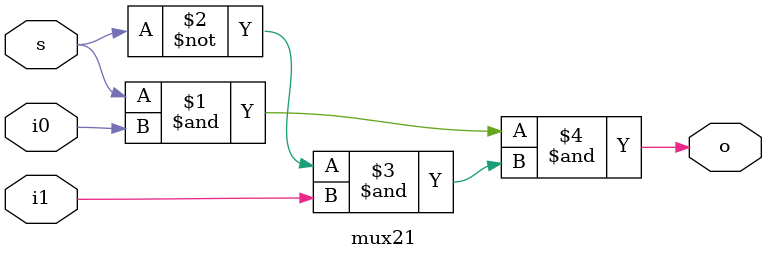
<source format=v>
`timescale 1ns/1ns

module mux21(i0,i1,s,o);
	
input i1,i0,s;
output o;
assign o = (s&i0)&((~s)&i1) ;


endmodule
</source>
